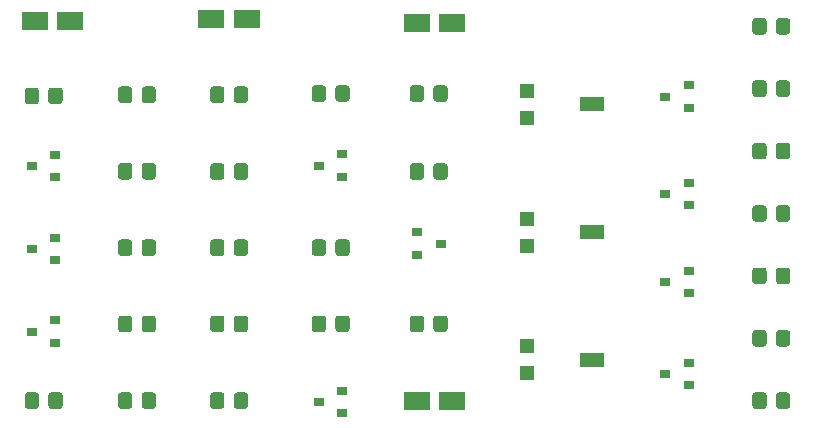
<source format=gbr>
%TF.GenerationSoftware,KiCad,Pcbnew,(5.1.10)-1*%
%TF.CreationDate,2021-10-26T22:21:35+02:00*%
%TF.ProjectId,TMS9929_RGB_Adapter,544d5339-3932-4395-9f52-47425f416461,0*%
%TF.SameCoordinates,Original*%
%TF.FileFunction,Paste,Top*%
%TF.FilePolarity,Positive*%
%FSLAX46Y46*%
G04 Gerber Fmt 4.6, Leading zero omitted, Abs format (unit mm)*
G04 Created by KiCad (PCBNEW (5.1.10)-1) date 2021-10-26 22:21:35*
%MOMM*%
%LPD*%
G01*
G04 APERTURE LIST*
%ADD10R,2.200000X1.600000*%
%ADD11R,0.900000X0.800000*%
%ADD12R,1.300000X1.300000*%
%ADD13R,2.000000X1.300000*%
G04 APERTURE END LIST*
%TO.C,R5*%
G36*
G01*
X48300000Y-38424999D02*
X48300000Y-39325001D01*
G75*
G02*
X48050001Y-39575000I-249999J0D01*
G01*
X47349999Y-39575000D01*
G75*
G02*
X47100000Y-39325001I0J249999D01*
G01*
X47100000Y-38424999D01*
G75*
G02*
X47349999Y-38175000I249999J0D01*
G01*
X48050001Y-38175000D01*
G75*
G02*
X48300000Y-38424999I0J-249999D01*
G01*
G37*
G36*
G01*
X46300000Y-38424999D02*
X46300000Y-39325001D01*
G75*
G02*
X46050001Y-39575000I-249999J0D01*
G01*
X45349999Y-39575000D01*
G75*
G02*
X45100000Y-39325001I0J249999D01*
G01*
X45100000Y-38424999D01*
G75*
G02*
X45349999Y-38175000I249999J0D01*
G01*
X46050001Y-38175000D01*
G75*
G02*
X46300000Y-38424999I0J-249999D01*
G01*
G37*
%TD*%
%TO.C,R26*%
G36*
G01*
X100000000Y-57849999D02*
X100000000Y-58750001D01*
G75*
G02*
X99750001Y-59000000I-249999J0D01*
G01*
X99049999Y-59000000D01*
G75*
G02*
X98800000Y-58750001I0J249999D01*
G01*
X98800000Y-57849999D01*
G75*
G02*
X99049999Y-57600000I249999J0D01*
G01*
X99750001Y-57600000D01*
G75*
G02*
X100000000Y-57849999I0J-249999D01*
G01*
G37*
G36*
G01*
X102000000Y-57849999D02*
X102000000Y-58750001D01*
G75*
G02*
X101750001Y-59000000I-249999J0D01*
G01*
X101049999Y-59000000D01*
G75*
G02*
X100800000Y-58750001I0J249999D01*
G01*
X100800000Y-57849999D01*
G75*
G02*
X101049999Y-57600000I249999J0D01*
G01*
X101750001Y-57600000D01*
G75*
G02*
X102000000Y-57849999I0J-249999D01*
G01*
G37*
%TD*%
%TO.C,R25*%
G36*
G01*
X100000000Y-47283331D02*
X100000000Y-48183333D01*
G75*
G02*
X99750001Y-48433332I-249999J0D01*
G01*
X99049999Y-48433332D01*
G75*
G02*
X98800000Y-48183333I0J249999D01*
G01*
X98800000Y-47283331D01*
G75*
G02*
X99049999Y-47033332I249999J0D01*
G01*
X99750001Y-47033332D01*
G75*
G02*
X100000000Y-47283331I0J-249999D01*
G01*
G37*
G36*
G01*
X102000000Y-47283331D02*
X102000000Y-48183333D01*
G75*
G02*
X101750001Y-48433332I-249999J0D01*
G01*
X101049999Y-48433332D01*
G75*
G02*
X100800000Y-48183333I0J249999D01*
G01*
X100800000Y-47283331D01*
G75*
G02*
X101049999Y-47033332I249999J0D01*
G01*
X101750001Y-47033332D01*
G75*
G02*
X102000000Y-47283331I0J-249999D01*
G01*
G37*
%TD*%
%TO.C,R24*%
G36*
G01*
X100800000Y-37616667D02*
X100800000Y-36716665D01*
G75*
G02*
X101049999Y-36466666I249999J0D01*
G01*
X101750001Y-36466666D01*
G75*
G02*
X102000000Y-36716665I0J-249999D01*
G01*
X102000000Y-37616667D01*
G75*
G02*
X101750001Y-37866666I-249999J0D01*
G01*
X101049999Y-37866666D01*
G75*
G02*
X100800000Y-37616667I0J249999D01*
G01*
G37*
G36*
G01*
X98800000Y-37616667D02*
X98800000Y-36716665D01*
G75*
G02*
X99049999Y-36466666I249999J0D01*
G01*
X99750001Y-36466666D01*
G75*
G02*
X100000000Y-36716665I0J-249999D01*
G01*
X100000000Y-37616667D01*
G75*
G02*
X99750001Y-37866666I-249999J0D01*
G01*
X99049999Y-37866666D01*
G75*
G02*
X98800000Y-37616667I0J249999D01*
G01*
G37*
%TD*%
%TO.C,R23*%
G36*
G01*
X100800000Y-27050001D02*
X100800000Y-26149999D01*
G75*
G02*
X101049999Y-25900000I249999J0D01*
G01*
X101750001Y-25900000D01*
G75*
G02*
X102000000Y-26149999I0J-249999D01*
G01*
X102000000Y-27050001D01*
G75*
G02*
X101750001Y-27300000I-249999J0D01*
G01*
X101049999Y-27300000D01*
G75*
G02*
X100800000Y-27050001I0J249999D01*
G01*
G37*
G36*
G01*
X98800000Y-27050001D02*
X98800000Y-26149999D01*
G75*
G02*
X99049999Y-25900000I249999J0D01*
G01*
X99750001Y-25900000D01*
G75*
G02*
X100000000Y-26149999I0J-249999D01*
G01*
X100000000Y-27050001D01*
G75*
G02*
X99750001Y-27300000I-249999J0D01*
G01*
X99049999Y-27300000D01*
G75*
G02*
X98800000Y-27050001I0J249999D01*
G01*
G37*
%TD*%
D10*
%TO.C,C4*%
X73400000Y-26300000D03*
X70400000Y-26300000D03*
%TD*%
%TO.C,C3*%
X56000000Y-26000000D03*
X53000000Y-26000000D03*
%TD*%
%TO.C,C2*%
X73400000Y-58300000D03*
X70400000Y-58300000D03*
%TD*%
%TO.C,C1*%
X41050000Y-26150000D03*
X38050000Y-26150000D03*
%TD*%
D11*
%TO.C,Q2*%
X93400000Y-41750000D03*
X93400000Y-39850000D03*
X91400000Y-40800000D03*
%TD*%
%TO.C,Q3*%
X93400000Y-49200000D03*
X93400000Y-47300000D03*
X91400000Y-48250000D03*
%TD*%
%TO.C,Q4*%
X93400000Y-57000000D03*
X93400000Y-55100000D03*
X91400000Y-56050000D03*
%TD*%
%TO.C,Q1*%
X93400000Y-33500000D03*
X93400000Y-31600000D03*
X91400000Y-32550000D03*
%TD*%
%TO.C,Q9*%
X39800000Y-46400000D03*
X39800000Y-44500000D03*
X37800000Y-45450000D03*
%TD*%
%TO.C,R2*%
G36*
G01*
X47100000Y-52250001D02*
X47100000Y-51349999D01*
G75*
G02*
X47349999Y-51100000I249999J0D01*
G01*
X48050001Y-51100000D01*
G75*
G02*
X48300000Y-51349999I0J-249999D01*
G01*
X48300000Y-52250001D01*
G75*
G02*
X48050001Y-52500000I-249999J0D01*
G01*
X47349999Y-52500000D01*
G75*
G02*
X47100000Y-52250001I0J249999D01*
G01*
G37*
G36*
G01*
X45100000Y-52250001D02*
X45100000Y-51349999D01*
G75*
G02*
X45349999Y-51100000I249999J0D01*
G01*
X46050001Y-51100000D01*
G75*
G02*
X46300000Y-51349999I0J-249999D01*
G01*
X46300000Y-52250001D01*
G75*
G02*
X46050001Y-52500000I-249999J0D01*
G01*
X45349999Y-52500000D01*
G75*
G02*
X45100000Y-52250001I0J249999D01*
G01*
G37*
%TD*%
D12*
%TO.C,RV1 - Green*%
X79700000Y-34370000D03*
D13*
X85200000Y-33220000D03*
D12*
X79700000Y-32070000D03*
%TD*%
%TO.C,R16*%
G36*
G01*
X102000000Y-31433332D02*
X102000000Y-32333334D01*
G75*
G02*
X101750001Y-32583333I-249999J0D01*
G01*
X101049999Y-32583333D01*
G75*
G02*
X100800000Y-32333334I0J249999D01*
G01*
X100800000Y-31433332D01*
G75*
G02*
X101049999Y-31183333I249999J0D01*
G01*
X101750001Y-31183333D01*
G75*
G02*
X102000000Y-31433332I0J-249999D01*
G01*
G37*
G36*
G01*
X100000000Y-31433332D02*
X100000000Y-32333334D01*
G75*
G02*
X99750001Y-32583333I-249999J0D01*
G01*
X99049999Y-32583333D01*
G75*
G02*
X98800000Y-32333334I0J249999D01*
G01*
X98800000Y-31433332D01*
G75*
G02*
X99049999Y-31183333I249999J0D01*
G01*
X99750001Y-31183333D01*
G75*
G02*
X100000000Y-31433332I0J-249999D01*
G01*
G37*
%TD*%
%TO.C,R6*%
G36*
G01*
X56100000Y-38449999D02*
X56100000Y-39350001D01*
G75*
G02*
X55850001Y-39600000I-249999J0D01*
G01*
X55149999Y-39600000D01*
G75*
G02*
X54900000Y-39350001I0J249999D01*
G01*
X54900000Y-38449999D01*
G75*
G02*
X55149999Y-38200000I249999J0D01*
G01*
X55850001Y-38200000D01*
G75*
G02*
X56100000Y-38449999I0J-249999D01*
G01*
G37*
G36*
G01*
X54100000Y-38449999D02*
X54100000Y-39350001D01*
G75*
G02*
X53850001Y-39600000I-249999J0D01*
G01*
X53149999Y-39600000D01*
G75*
G02*
X52900000Y-39350001I0J249999D01*
G01*
X52900000Y-38449999D01*
G75*
G02*
X53149999Y-38200000I249999J0D01*
G01*
X53850001Y-38200000D01*
G75*
G02*
X54100000Y-38449999I0J-249999D01*
G01*
G37*
%TD*%
D11*
%TO.C,Q10*%
X39800000Y-53400000D03*
X39800000Y-51500000D03*
X37800000Y-52450000D03*
%TD*%
%TO.C,Q8*%
X39800000Y-39400000D03*
X39800000Y-37500000D03*
X37800000Y-38450000D03*
%TD*%
%TO.C,R10*%
G36*
G01*
X61500000Y-45800001D02*
X61500000Y-44899999D01*
G75*
G02*
X61749999Y-44650000I249999J0D01*
G01*
X62450001Y-44650000D01*
G75*
G02*
X62700000Y-44899999I0J-249999D01*
G01*
X62700000Y-45800001D01*
G75*
G02*
X62450001Y-46050000I-249999J0D01*
G01*
X61749999Y-46050000D01*
G75*
G02*
X61500000Y-45800001I0J249999D01*
G01*
G37*
G36*
G01*
X63500000Y-45800001D02*
X63500000Y-44899999D01*
G75*
G02*
X63749999Y-44650000I249999J0D01*
G01*
X64450001Y-44650000D01*
G75*
G02*
X64700000Y-44899999I0J-249999D01*
G01*
X64700000Y-45800001D01*
G75*
G02*
X64450001Y-46050000I-249999J0D01*
G01*
X63749999Y-46050000D01*
G75*
G02*
X63500000Y-45800001I0J249999D01*
G01*
G37*
%TD*%
%TO.C,R4*%
G36*
G01*
X64700000Y-31849999D02*
X64700000Y-32750001D01*
G75*
G02*
X64450001Y-33000000I-249999J0D01*
G01*
X63749999Y-33000000D01*
G75*
G02*
X63500000Y-32750001I0J249999D01*
G01*
X63500000Y-31849999D01*
G75*
G02*
X63749999Y-31600000I249999J0D01*
G01*
X64450001Y-31600000D01*
G75*
G02*
X64700000Y-31849999I0J-249999D01*
G01*
G37*
G36*
G01*
X62700000Y-31849999D02*
X62700000Y-32750001D01*
G75*
G02*
X62450001Y-33000000I-249999J0D01*
G01*
X61749999Y-33000000D01*
G75*
G02*
X61500000Y-32750001I0J249999D01*
G01*
X61500000Y-31849999D01*
G75*
G02*
X61749999Y-31600000I249999J0D01*
G01*
X62450001Y-31600000D01*
G75*
G02*
X62700000Y-31849999I0J-249999D01*
G01*
G37*
%TD*%
%TO.C,Q7*%
X64100000Y-59350000D03*
X64100000Y-57450000D03*
X62100000Y-58400000D03*
%TD*%
%TO.C,R1*%
G36*
G01*
X37200000Y-32950001D02*
X37200000Y-32049999D01*
G75*
G02*
X37449999Y-31800000I249999J0D01*
G01*
X38150001Y-31800000D01*
G75*
G02*
X38400000Y-32049999I0J-249999D01*
G01*
X38400000Y-32950001D01*
G75*
G02*
X38150001Y-33200000I-249999J0D01*
G01*
X37449999Y-33200000D01*
G75*
G02*
X37200000Y-32950001I0J249999D01*
G01*
G37*
G36*
G01*
X39200000Y-32950001D02*
X39200000Y-32049999D01*
G75*
G02*
X39449999Y-31800000I249999J0D01*
G01*
X40150001Y-31800000D01*
G75*
G02*
X40400000Y-32049999I0J-249999D01*
G01*
X40400000Y-32950001D01*
G75*
G02*
X40150001Y-33200000I-249999J0D01*
G01*
X39449999Y-33200000D01*
G75*
G02*
X39200000Y-32950001I0J249999D01*
G01*
G37*
%TD*%
%TO.C,R20*%
G36*
G01*
X56100000Y-31949999D02*
X56100000Y-32850001D01*
G75*
G02*
X55850001Y-33100000I-249999J0D01*
G01*
X55149999Y-33100000D01*
G75*
G02*
X54900000Y-32850001I0J249999D01*
G01*
X54900000Y-31949999D01*
G75*
G02*
X55149999Y-31700000I249999J0D01*
G01*
X55850001Y-31700000D01*
G75*
G02*
X56100000Y-31949999I0J-249999D01*
G01*
G37*
G36*
G01*
X54100000Y-31949999D02*
X54100000Y-32850001D01*
G75*
G02*
X53850001Y-33100000I-249999J0D01*
G01*
X53149999Y-33100000D01*
G75*
G02*
X52900000Y-32850001I0J249999D01*
G01*
X52900000Y-31949999D01*
G75*
G02*
X53149999Y-31700000I249999J0D01*
G01*
X53850001Y-31700000D01*
G75*
G02*
X54100000Y-31949999I0J-249999D01*
G01*
G37*
%TD*%
%TO.C,Q6*%
X70400000Y-44050000D03*
X70400000Y-45950000D03*
X72400000Y-45000000D03*
%TD*%
%TO.C,Q5*%
X64100000Y-39350000D03*
X64100000Y-37450000D03*
X62100000Y-38400000D03*
%TD*%
%TO.C,R3*%
G36*
G01*
X48300000Y-31949999D02*
X48300000Y-32850001D01*
G75*
G02*
X48050001Y-33100000I-249999J0D01*
G01*
X47349999Y-33100000D01*
G75*
G02*
X47100000Y-32850001I0J249999D01*
G01*
X47100000Y-31949999D01*
G75*
G02*
X47349999Y-31700000I249999J0D01*
G01*
X48050001Y-31700000D01*
G75*
G02*
X48300000Y-31949999I0J-249999D01*
G01*
G37*
G36*
G01*
X46300000Y-31949999D02*
X46300000Y-32850001D01*
G75*
G02*
X46050001Y-33100000I-249999J0D01*
G01*
X45349999Y-33100000D01*
G75*
G02*
X45100000Y-32850001I0J249999D01*
G01*
X45100000Y-31949999D01*
G75*
G02*
X45349999Y-31700000I249999J0D01*
G01*
X46050001Y-31700000D01*
G75*
G02*
X46300000Y-31949999I0J-249999D01*
G01*
G37*
%TD*%
%TO.C,R7*%
G36*
G01*
X48300000Y-44899999D02*
X48300000Y-45800001D01*
G75*
G02*
X48050001Y-46050000I-249999J0D01*
G01*
X47349999Y-46050000D01*
G75*
G02*
X47100000Y-45800001I0J249999D01*
G01*
X47100000Y-44899999D01*
G75*
G02*
X47349999Y-44650000I249999J0D01*
G01*
X48050001Y-44650000D01*
G75*
G02*
X48300000Y-44899999I0J-249999D01*
G01*
G37*
G36*
G01*
X46300000Y-44899999D02*
X46300000Y-45800001D01*
G75*
G02*
X46050001Y-46050000I-249999J0D01*
G01*
X45349999Y-46050000D01*
G75*
G02*
X45100000Y-45800001I0J249999D01*
G01*
X45100000Y-44899999D01*
G75*
G02*
X45349999Y-44650000I249999J0D01*
G01*
X46050001Y-44650000D01*
G75*
G02*
X46300000Y-44899999I0J-249999D01*
G01*
G37*
%TD*%
%TO.C,R22*%
G36*
G01*
X61500000Y-52250001D02*
X61500000Y-51349999D01*
G75*
G02*
X61749999Y-51100000I249999J0D01*
G01*
X62450001Y-51100000D01*
G75*
G02*
X62700000Y-51349999I0J-249999D01*
G01*
X62700000Y-52250001D01*
G75*
G02*
X62450001Y-52500000I-249999J0D01*
G01*
X61749999Y-52500000D01*
G75*
G02*
X61500000Y-52250001I0J249999D01*
G01*
G37*
G36*
G01*
X63500000Y-52250001D02*
X63500000Y-51349999D01*
G75*
G02*
X63749999Y-51100000I249999J0D01*
G01*
X64450001Y-51100000D01*
G75*
G02*
X64700000Y-51349999I0J-249999D01*
G01*
X64700000Y-52250001D01*
G75*
G02*
X64450001Y-52500000I-249999J0D01*
G01*
X63749999Y-52500000D01*
G75*
G02*
X63500000Y-52250001I0J249999D01*
G01*
G37*
%TD*%
%TO.C,R13*%
G36*
G01*
X56100000Y-57849999D02*
X56100000Y-58750001D01*
G75*
G02*
X55850001Y-59000000I-249999J0D01*
G01*
X55149999Y-59000000D01*
G75*
G02*
X54900000Y-58750001I0J249999D01*
G01*
X54900000Y-57849999D01*
G75*
G02*
X55149999Y-57600000I249999J0D01*
G01*
X55850001Y-57600000D01*
G75*
G02*
X56100000Y-57849999I0J-249999D01*
G01*
G37*
G36*
G01*
X54100000Y-57849999D02*
X54100000Y-58750001D01*
G75*
G02*
X53850001Y-59000000I-249999J0D01*
G01*
X53149999Y-59000000D01*
G75*
G02*
X52900000Y-58750001I0J249999D01*
G01*
X52900000Y-57849999D01*
G75*
G02*
X53149999Y-57600000I249999J0D01*
G01*
X53850001Y-57600000D01*
G75*
G02*
X54100000Y-57849999I0J-249999D01*
G01*
G37*
%TD*%
%TO.C,R11*%
G36*
G01*
X56100000Y-44899999D02*
X56100000Y-45800001D01*
G75*
G02*
X55850001Y-46050000I-249999J0D01*
G01*
X55149999Y-46050000D01*
G75*
G02*
X54900000Y-45800001I0J249999D01*
G01*
X54900000Y-44899999D01*
G75*
G02*
X55149999Y-44650000I249999J0D01*
G01*
X55850001Y-44650000D01*
G75*
G02*
X56100000Y-44899999I0J-249999D01*
G01*
G37*
G36*
G01*
X54100000Y-44899999D02*
X54100000Y-45800001D01*
G75*
G02*
X53850001Y-46050000I-249999J0D01*
G01*
X53149999Y-46050000D01*
G75*
G02*
X52900000Y-45800001I0J249999D01*
G01*
X52900000Y-44899999D01*
G75*
G02*
X53149999Y-44650000I249999J0D01*
G01*
X53850001Y-44650000D01*
G75*
G02*
X54100000Y-44899999I0J-249999D01*
G01*
G37*
%TD*%
%TO.C,R18*%
G36*
G01*
X69800000Y-39350001D02*
X69800000Y-38449999D01*
G75*
G02*
X70049999Y-38200000I249999J0D01*
G01*
X70750001Y-38200000D01*
G75*
G02*
X71000000Y-38449999I0J-249999D01*
G01*
X71000000Y-39350001D01*
G75*
G02*
X70750001Y-39600000I-249999J0D01*
G01*
X70049999Y-39600000D01*
G75*
G02*
X69800000Y-39350001I0J249999D01*
G01*
G37*
G36*
G01*
X71800000Y-39350001D02*
X71800000Y-38449999D01*
G75*
G02*
X72049999Y-38200000I249999J0D01*
G01*
X72750001Y-38200000D01*
G75*
G02*
X73000000Y-38449999I0J-249999D01*
G01*
X73000000Y-39350001D01*
G75*
G02*
X72750001Y-39600000I-249999J0D01*
G01*
X72049999Y-39600000D01*
G75*
G02*
X71800000Y-39350001I0J249999D01*
G01*
G37*
%TD*%
%TO.C,R8*%
G36*
G01*
X56100000Y-51349999D02*
X56100000Y-52250001D01*
G75*
G02*
X55850001Y-52500000I-249999J0D01*
G01*
X55149999Y-52500000D01*
G75*
G02*
X54900000Y-52250001I0J249999D01*
G01*
X54900000Y-51349999D01*
G75*
G02*
X55149999Y-51100000I249999J0D01*
G01*
X55850001Y-51100000D01*
G75*
G02*
X56100000Y-51349999I0J-249999D01*
G01*
G37*
G36*
G01*
X54100000Y-51349999D02*
X54100000Y-52250001D01*
G75*
G02*
X53850001Y-52500000I-249999J0D01*
G01*
X53149999Y-52500000D01*
G75*
G02*
X52900000Y-52250001I0J249999D01*
G01*
X52900000Y-51349999D01*
G75*
G02*
X53149999Y-51100000I249999J0D01*
G01*
X53850001Y-51100000D01*
G75*
G02*
X54100000Y-51349999I0J-249999D01*
G01*
G37*
%TD*%
%TO.C,R19*%
G36*
G01*
X37200000Y-58750001D02*
X37200000Y-57849999D01*
G75*
G02*
X37449999Y-57600000I249999J0D01*
G01*
X38150001Y-57600000D01*
G75*
G02*
X38400000Y-57849999I0J-249999D01*
G01*
X38400000Y-58750001D01*
G75*
G02*
X38150001Y-59000000I-249999J0D01*
G01*
X37449999Y-59000000D01*
G75*
G02*
X37200000Y-58750001I0J249999D01*
G01*
G37*
G36*
G01*
X39200000Y-58750001D02*
X39200000Y-57849999D01*
G75*
G02*
X39449999Y-57600000I249999J0D01*
G01*
X40150001Y-57600000D01*
G75*
G02*
X40400000Y-57849999I0J-249999D01*
G01*
X40400000Y-58750001D01*
G75*
G02*
X40150001Y-59000000I-249999J0D01*
G01*
X39449999Y-59000000D01*
G75*
G02*
X39200000Y-58750001I0J249999D01*
G01*
G37*
%TD*%
%TO.C,R9*%
G36*
G01*
X48300000Y-57849999D02*
X48300000Y-58750001D01*
G75*
G02*
X48050001Y-59000000I-249999J0D01*
G01*
X47349999Y-59000000D01*
G75*
G02*
X47100000Y-58750001I0J249999D01*
G01*
X47100000Y-57849999D01*
G75*
G02*
X47349999Y-57600000I249999J0D01*
G01*
X48050001Y-57600000D01*
G75*
G02*
X48300000Y-57849999I0J-249999D01*
G01*
G37*
G36*
G01*
X46300000Y-57849999D02*
X46300000Y-58750001D01*
G75*
G02*
X46050001Y-59000000I-249999J0D01*
G01*
X45349999Y-59000000D01*
G75*
G02*
X45100000Y-58750001I0J249999D01*
G01*
X45100000Y-57849999D01*
G75*
G02*
X45349999Y-57600000I249999J0D01*
G01*
X46050001Y-57600000D01*
G75*
G02*
X46300000Y-57849999I0J-249999D01*
G01*
G37*
%TD*%
%TO.C,R14*%
G36*
G01*
X102000000Y-52566664D02*
X102000000Y-53466666D01*
G75*
G02*
X101750001Y-53716665I-249999J0D01*
G01*
X101049999Y-53716665D01*
G75*
G02*
X100800000Y-53466666I0J249999D01*
G01*
X100800000Y-52566664D01*
G75*
G02*
X101049999Y-52316665I249999J0D01*
G01*
X101750001Y-52316665D01*
G75*
G02*
X102000000Y-52566664I0J-249999D01*
G01*
G37*
G36*
G01*
X100000000Y-52566664D02*
X100000000Y-53466666D01*
G75*
G02*
X99750001Y-53716665I-249999J0D01*
G01*
X99049999Y-53716665D01*
G75*
G02*
X98800000Y-53466666I0J249999D01*
G01*
X98800000Y-52566664D01*
G75*
G02*
X99049999Y-52316665I249999J0D01*
G01*
X99750001Y-52316665D01*
G75*
G02*
X100000000Y-52566664I0J-249999D01*
G01*
G37*
%TD*%
%TO.C,R15*%
G36*
G01*
X102000000Y-41999998D02*
X102000000Y-42900000D01*
G75*
G02*
X101750001Y-43149999I-249999J0D01*
G01*
X101049999Y-43149999D01*
G75*
G02*
X100800000Y-42900000I0J249999D01*
G01*
X100800000Y-41999998D01*
G75*
G02*
X101049999Y-41749999I249999J0D01*
G01*
X101750001Y-41749999D01*
G75*
G02*
X102000000Y-41999998I0J-249999D01*
G01*
G37*
G36*
G01*
X100000000Y-41999998D02*
X100000000Y-42900000D01*
G75*
G02*
X99750001Y-43149999I-249999J0D01*
G01*
X99049999Y-43149999D01*
G75*
G02*
X98800000Y-42900000I0J249999D01*
G01*
X98800000Y-41999998D01*
G75*
G02*
X99049999Y-41749999I249999J0D01*
G01*
X99750001Y-41749999D01*
G75*
G02*
X100000000Y-41999998I0J-249999D01*
G01*
G37*
%TD*%
%TO.C,R12*%
G36*
G01*
X73000000Y-51349999D02*
X73000000Y-52250001D01*
G75*
G02*
X72750001Y-52500000I-249999J0D01*
G01*
X72049999Y-52500000D01*
G75*
G02*
X71800000Y-52250001I0J249999D01*
G01*
X71800000Y-51349999D01*
G75*
G02*
X72049999Y-51100000I249999J0D01*
G01*
X72750001Y-51100000D01*
G75*
G02*
X73000000Y-51349999I0J-249999D01*
G01*
G37*
G36*
G01*
X71000000Y-51349999D02*
X71000000Y-52250001D01*
G75*
G02*
X70750001Y-52500000I-249999J0D01*
G01*
X70049999Y-52500000D01*
G75*
G02*
X69800000Y-52250001I0J249999D01*
G01*
X69800000Y-51349999D01*
G75*
G02*
X70049999Y-51100000I249999J0D01*
G01*
X70750001Y-51100000D01*
G75*
G02*
X71000000Y-51349999I0J-249999D01*
G01*
G37*
%TD*%
%TO.C,R21*%
G36*
G01*
X73000000Y-31849999D02*
X73000000Y-32750001D01*
G75*
G02*
X72750001Y-33000000I-249999J0D01*
G01*
X72049999Y-33000000D01*
G75*
G02*
X71800000Y-32750001I0J249999D01*
G01*
X71800000Y-31849999D01*
G75*
G02*
X72049999Y-31600000I249999J0D01*
G01*
X72750001Y-31600000D01*
G75*
G02*
X73000000Y-31849999I0J-249999D01*
G01*
G37*
G36*
G01*
X71000000Y-31849999D02*
X71000000Y-32750001D01*
G75*
G02*
X70750001Y-33000000I-249999J0D01*
G01*
X70049999Y-33000000D01*
G75*
G02*
X69800000Y-32750001I0J249999D01*
G01*
X69800000Y-31849999D01*
G75*
G02*
X70049999Y-31600000I249999J0D01*
G01*
X70750001Y-31600000D01*
G75*
G02*
X71000000Y-31849999I0J-249999D01*
G01*
G37*
%TD*%
D12*
%TO.C,RV3 - Blue*%
X79700000Y-56000000D03*
D13*
X85200000Y-54850000D03*
D12*
X79700000Y-53700000D03*
%TD*%
%TO.C,RV2 - Red*%
X79700000Y-45185000D03*
D13*
X85200000Y-44035000D03*
D12*
X79700000Y-42885000D03*
%TD*%
M02*

</source>
